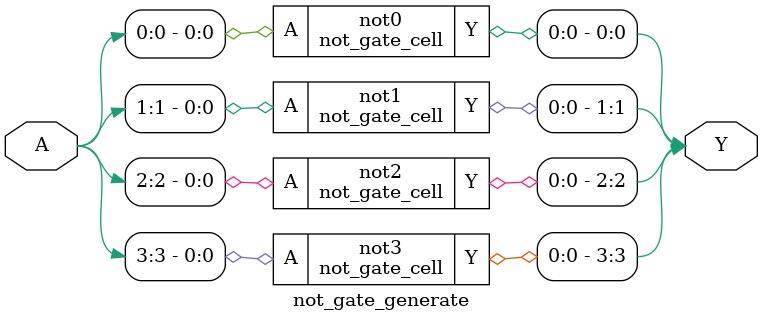
<source format=sv>
module not_gate_cell (
    input wire A,
    output wire Y
);
    assign Y = ~A;
endmodule

module not_gate_generate (
    input wire [3:0] A,
    output wire [3:0] Y
);
    not_gate_cell not0 (.A(A[0]), .Y(Y[0]));
    not_gate_cell not1 (.A(A[1]), .Y(Y[1]));
    not_gate_cell not2 (.A(A[2]), .Y(Y[2]));
    not_gate_cell not3 (.A(A[3]), .Y(Y[3]));
endmodule
</source>
